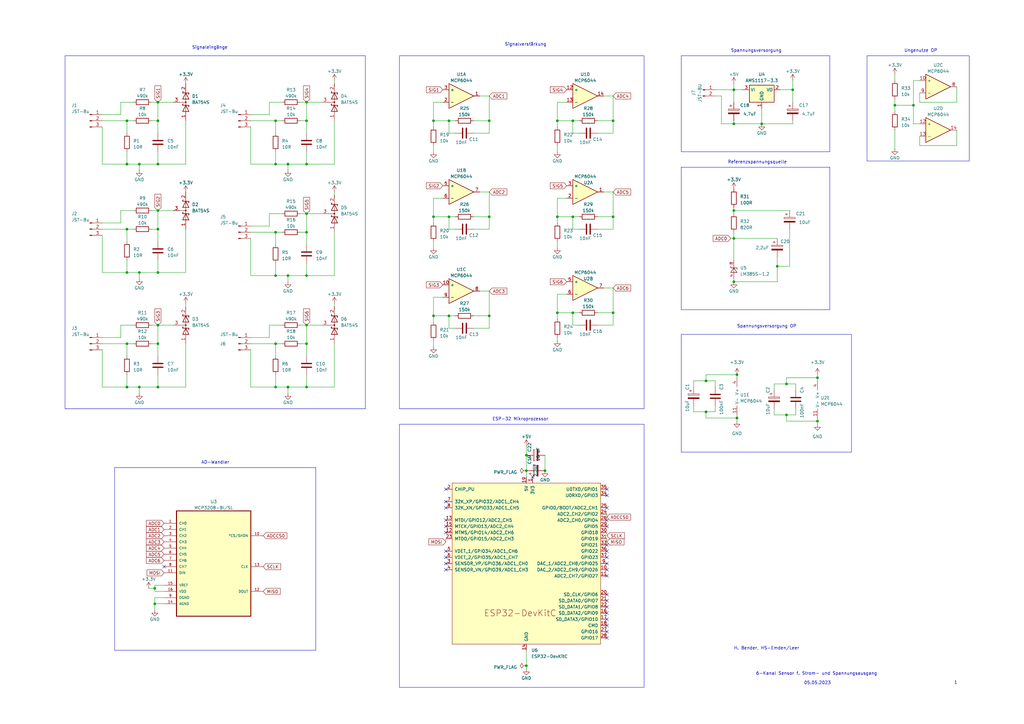
<source format=kicad_sch>
(kicad_sch (version 20230121) (generator eeschema)
  (paper "A3")
  (junction (at 125.73 67.31))
  (junction (at 300.99 115.57))
  (junction (at 300.99 97.79))
  (junction (at 289.56 156.21))
  (junction (at 234.95 49.53))
  (junction (at 215.9 193.04))
  (junction (at 113.03 140.97))
  (junction (at 335.28 172.72))
  (junction (at 125.73 95.25))
  (junction (at 302.26 171.45))
  (junction (at 57.15 158.75))
  (junction (at 118.11 67.31))
  (junction (at 215.9 186.69))
  (junction (at 215.9 273.05))
  (junction (at 312.42 50.8))
  (junction (at 64.77 158.75))
  (junction (at 367.03 43.18))
  (junction (at 52.07 93.98))
  (junction (at 57.15 111.76))
  (junction (at 184.15 49.53))
  (junction (at 118.11 158.75))
  (junction (at 125.73 87.63))
  (junction (at 374.65 43.18))
  (junction (at 322.58 157.48))
  (junction (at 52.07 49.53))
  (junction (at 57.15 67.31))
  (junction (at 251.46 128.27))
  (junction (at 184.15 129.54))
  (junction (at 64.77 86.36))
  (junction (at 251.46 49.53))
  (junction (at 223.52 193.04))
  (junction (at 228.6 128.27))
  (junction (at 64.77 67.31))
  (junction (at 177.8 88.9))
  (junction (at 289.56 168.91))
  (junction (at 302.26 153.67))
  (junction (at 228.6 49.53))
  (junction (at 64.77 93.98))
  (junction (at 63.5 247.65))
  (junction (at 125.73 49.53))
  (junction (at 52.07 111.76))
  (junction (at 52.07 158.75))
  (junction (at 52.07 140.97))
  (junction (at 251.46 88.9))
  (junction (at 200.66 88.9))
  (junction (at 125.73 113.03))
  (junction (at 52.07 67.31))
  (junction (at 318.77 109.22))
  (junction (at 64.77 49.53))
  (junction (at 335.28 154.94))
  (junction (at 64.77 41.91))
  (junction (at 325.12 36.83))
  (junction (at 300.99 50.8))
  (junction (at 125.73 140.97))
  (junction (at 63.5 241.3))
  (junction (at 113.03 95.25))
  (junction (at 118.11 113.03))
  (junction (at 228.6 88.9))
  (junction (at 234.95 88.9))
  (junction (at 113.03 158.75))
  (junction (at 322.58 170.18))
  (junction (at 113.03 67.31))
  (junction (at 64.77 111.76))
  (junction (at 125.73 158.75))
  (junction (at 200.66 129.54))
  (junction (at 177.8 49.53))
  (junction (at 300.99 86.36))
  (junction (at 113.03 49.53))
  (junction (at 177.8 129.54))
  (junction (at 125.73 41.91))
  (junction (at 200.66 49.53))
  (junction (at 64.77 140.97))
  (junction (at 113.03 113.03))
  (junction (at 184.15 88.9))
  (junction (at 234.95 128.27))
  (junction (at 125.73 133.35))
  (junction (at 64.77 133.35))
  (junction (at 300.99 36.83))
  (no_connect (at 248.92 251.46))
  (no_connect (at 182.88 233.68))
  (no_connect (at 248.92 213.36))
  (no_connect (at 182.88 226.06))
  (no_connect (at 67.31 232.41))
  (no_connect (at 182.88 213.36))
  (no_connect (at 182.88 218.44))
  (no_connect (at 248.92 228.6))
  (no_connect (at 248.92 259.08))
  (no_connect (at 248.92 208.28))
  (no_connect (at 182.88 200.66))
  (no_connect (at 248.92 223.52))
  (no_connect (at 248.92 200.66))
  (no_connect (at 182.88 205.74))
  (no_connect (at 182.88 208.28))
  (no_connect (at 248.92 254))
  (no_connect (at 218.44 195.58))
  (no_connect (at 248.92 231.14))
  (no_connect (at 248.92 236.22))
  (no_connect (at 248.92 226.06))
  (no_connect (at 248.92 256.54))
  (no_connect (at 248.92 203.2))
  (no_connect (at 248.92 243.84))
  (no_connect (at 182.88 228.6))
  (no_connect (at 248.92 215.9))
  (no_connect (at 248.92 261.62))
  (no_connect (at 248.92 233.68))
  (no_connect (at 248.92 248.92))
  (no_connect (at 182.88 231.14))
  (no_connect (at 182.88 215.9))
  (no_connect (at 248.92 246.38))
  (wire (pts (xy 228.6 128.27) (xy 234.95 128.27)))
  (wire (pts (xy 284.48 156.21) (xy 289.56 156.21)))
  (wire (pts (xy 113.03 95.25) (xy 115.57 95.25)))
  (wire (pts (xy 123.19 49.53) (xy 125.73 49.53)))
  (wire (pts (xy 76.2 158.75) (xy 64.77 158.75)))
  (wire (pts (xy 234.95 49.53) (xy 237.49 49.53)))
  (wire (pts (xy 64.77 93.98) (xy 64.77 99.06)))
  (wire (pts (xy 234.95 88.9) (xy 234.95 93.98)))
  (wire (pts (xy 300.99 97.79) (xy 300.99 106.68)))
  (wire (pts (xy 113.03 49.53) (xy 115.57 49.53)))
  (wire (pts (xy 300.99 49.53) (xy 300.99 50.8)))
  (wire (pts (xy 57.15 111.76) (xy 64.77 111.76)))
  (wire (pts (xy 76.2 111.76) (xy 64.77 111.76)))
  (wire (pts (xy 137.16 140.97) (xy 137.16 158.75)))
  (wire (pts (xy 52.07 153.67) (xy 52.07 158.75)))
  (wire (pts (xy 52.07 158.75) (xy 57.15 158.75)))
  (wire (pts (xy 118.11 158.75) (xy 125.73 158.75)))
  (wire (pts (xy 64.77 133.35) (xy 64.77 140.97)))
  (wire (pts (xy 325.12 36.83) (xy 325.12 41.91)))
  (wire (pts (xy 245.11 88.9) (xy 251.46 88.9)))
  (wire (pts (xy 293.37 156.21) (xy 293.37 158.75)))
  (wire (pts (xy 137.16 78.74) (xy 137.16 80.01)))
  (wire (pts (xy 184.15 93.98) (xy 186.69 93.98)))
  (wire (pts (xy 293.37 36.83) (xy 300.99 36.83)))
  (wire (pts (xy 63.5 241.3) (xy 63.5 242.57)))
  (wire (pts (xy 113.03 158.75) (xy 118.11 158.75)))
  (wire (pts (xy 234.95 88.9) (xy 237.49 88.9)))
  (wire (pts (xy 113.03 113.03) (xy 102.87 113.03)))
  (wire (pts (xy 123.19 140.97) (xy 125.73 140.97)))
  (wire (pts (xy 322.58 154.94) (xy 335.28 154.94)))
  (wire (pts (xy 251.46 128.27) (xy 251.46 133.35)))
  (wire (pts (xy 215.9 266.7) (xy 215.9 273.05)))
  (wire (pts (xy 251.46 128.27) (xy 251.46 118.11)))
  (wire (pts (xy 295.91 50.8) (xy 300.99 50.8)))
  (wire (pts (xy 194.31 54.61) (xy 200.66 54.61)))
  (wire (pts (xy 125.73 41.91) (xy 132.08 41.91)))
  (wire (pts (xy 177.8 142.24) (xy 177.8 139.7)))
  (wire (pts (xy 113.03 140.97) (xy 113.03 146.05)))
  (wire (pts (xy 317.5 167.64) (xy 317.5 170.18)))
  (wire (pts (xy 76.2 140.97) (xy 76.2 158.75)))
  (wire (pts (xy 248.92 220.98) (xy 248.92 222.25)))
  (wire (pts (xy 137.16 124.46) (xy 137.16 125.73)))
  (wire (pts (xy 62.23 86.36) (xy 64.77 86.36)))
  (wire (pts (xy 177.8 41.91) (xy 177.8 49.53)))
  (wire (pts (xy 64.77 41.91) (xy 71.12 41.91)))
  (wire (pts (xy 177.8 101.6) (xy 177.8 99.06)))
  (wire (pts (xy 325.12 33.02) (xy 325.12 36.83)))
  (wire (pts (xy 49.53 138.43) (xy 49.53 133.35)))
  (wire (pts (xy 232.41 41.91) (xy 228.6 41.91)))
  (wire (pts (xy 322.58 170.18) (xy 326.39 170.18)))
  (wire (pts (xy 52.07 93.98) (xy 54.61 93.98)))
  (wire (pts (xy 245.11 54.61) (xy 251.46 54.61)))
  (wire (pts (xy 62.23 93.98) (xy 64.77 93.98)))
  (wire (pts (xy 184.15 129.54) (xy 184.15 134.62)))
  (wire (pts (xy 52.07 62.23) (xy 52.07 67.31)))
  (wire (pts (xy 367.03 43.18) (xy 367.03 45.72)))
  (wire (pts (xy 284.48 166.37) (xy 284.48 168.91)))
  (wire (pts (xy 248.92 218.44) (xy 248.92 219.71)))
  (wire (pts (xy 177.8 121.92) (xy 177.8 129.54)))
  (wire (pts (xy 300.99 86.36) (xy 323.85 86.36)))
  (wire (pts (xy 251.46 39.37) (xy 247.65 39.37)))
  (wire (pts (xy 215.9 274.32) (xy 215.9 273.05)))
  (wire (pts (xy 300.99 115.57) (xy 300.99 114.3)))
  (wire (pts (xy 184.15 88.9) (xy 184.15 93.98)))
  (wire (pts (xy 57.15 111.76) (xy 57.15 114.3)))
  (wire (pts (xy 335.28 153.67) (xy 335.28 154.94)))
  (wire (pts (xy 177.8 129.54) (xy 184.15 129.54)))
  (wire (pts (xy 125.73 140.97) (xy 125.73 146.05)))
  (wire (pts (xy 251.46 88.9) (xy 251.46 78.74)))
  (wire (pts (xy 125.73 41.91) (xy 125.73 49.53)))
  (wire (pts (xy 200.66 134.62) (xy 200.66 129.54)))
  (wire (pts (xy 251.46 78.74) (xy 247.65 78.74)))
  (wire (pts (xy 245.11 128.27) (xy 251.46 128.27)))
  (wire (pts (xy 113.03 62.23) (xy 113.03 67.31)))
  (wire (pts (xy 374.65 50.8) (xy 377.19 50.8)))
  (wire (pts (xy 102.87 92.71) (xy 110.49 92.71)))
  (wire (pts (xy 323.85 109.22) (xy 318.77 109.22)))
  (wire (pts (xy 41.91 67.31) (xy 41.91 52.07)))
  (wire (pts (xy 245.11 133.35) (xy 251.46 133.35)))
  (wire (pts (xy 377.19 38.1) (xy 377.19 41.91)))
  (wire (pts (xy 177.8 88.9) (xy 184.15 88.9)))
  (wire (pts (xy 300.99 36.83) (xy 300.99 41.91)))
  (wire (pts (xy 123.19 133.35) (xy 125.73 133.35)))
  (wire (pts (xy 317.5 160.02) (xy 317.5 157.48)))
  (wire (pts (xy 302.26 153.67) (xy 302.26 154.94)))
  (wire (pts (xy 49.53 41.91) (xy 54.61 41.91)))
  (wire (pts (xy 194.31 49.53) (xy 200.66 49.53)))
  (wire (pts (xy 52.07 111.76) (xy 41.91 111.76)))
  (wire (pts (xy 118.11 113.03) (xy 125.73 113.03)))
  (wire (pts (xy 67.31 240.03) (xy 63.5 240.03)))
  (wire (pts (xy 62.23 41.91) (xy 64.77 41.91)))
  (wire (pts (xy 335.28 154.94) (xy 335.28 156.21)))
  (wire (pts (xy 123.19 41.91) (xy 125.73 41.91)))
  (wire (pts (xy 234.95 49.53) (xy 234.95 54.61)))
  (wire (pts (xy 125.73 133.35) (xy 132.08 133.35)))
  (wire (pts (xy 49.53 91.44) (xy 49.53 86.36)))
  (wire (pts (xy 177.8 62.23) (xy 177.8 59.69)))
  (wire (pts (xy 177.8 88.9) (xy 177.8 91.44)))
  (wire (pts (xy 118.11 67.31) (xy 118.11 69.85)))
  (wire (pts (xy 184.15 129.54) (xy 186.69 129.54)))
  (wire (pts (xy 41.91 111.76) (xy 41.91 96.52)))
  (wire (pts (xy 215.9 193.04) (xy 215.9 195.58)))
  (wire (pts (xy 63.5 242.57) (xy 67.31 242.57)))
  (wire (pts (xy 322.58 157.48) (xy 322.58 154.94)))
  (wire (pts (xy 137.16 33.02) (xy 137.16 34.29)))
  (wire (pts (xy 41.91 49.53) (xy 52.07 49.53)))
  (wire (pts (xy 52.07 49.53) (xy 52.07 54.61)))
  (wire (pts (xy 102.87 49.53) (xy 113.03 49.53)))
  (wire (pts (xy 52.07 49.53) (xy 54.61 49.53)))
  (wire (pts (xy 200.66 129.54) (xy 200.66 119.38)))
  (wire (pts (xy 52.07 67.31) (xy 41.91 67.31)))
  (wire (pts (xy 300.99 95.25) (xy 300.99 97.79)))
  (wire (pts (xy 326.39 170.18) (xy 326.39 167.64)))
  (wire (pts (xy 41.91 93.98) (xy 52.07 93.98)))
  (wire (pts (xy 289.56 156.21) (xy 293.37 156.21)))
  (wire (pts (xy 228.6 120.65) (xy 228.6 128.27)))
  (wire (pts (xy 64.77 133.35) (xy 71.12 133.35)))
  (wire (pts (xy 194.31 129.54) (xy 200.66 129.54)))
  (wire (pts (xy 113.03 95.25) (xy 113.03 100.33)))
  (wire (pts (xy 110.49 41.91) (xy 115.57 41.91)))
  (wire (pts (xy 234.95 128.27) (xy 234.95 133.35)))
  (wire (pts (xy 181.61 81.28) (xy 177.8 81.28)))
  (wire (pts (xy 137.16 158.75) (xy 125.73 158.75)))
  (wire (pts (xy 245.11 49.53) (xy 251.46 49.53)))
  (wire (pts (xy 295.91 39.37) (xy 295.91 50.8)))
  (wire (pts (xy 123.19 87.63) (xy 125.73 87.63)))
  (wire (pts (xy 325.12 49.53) (xy 325.12 50.8)))
  (wire (pts (xy 184.15 49.53) (xy 184.15 54.61)))
  (wire (pts (xy 377.19 41.91) (xy 392.43 41.91)))
  (wire (pts (xy 125.73 62.23) (xy 125.73 67.31)))
  (wire (pts (xy 367.03 30.48) (xy 367.03 33.02)))
  (wire (pts (xy 52.07 93.98) (xy 52.07 99.06)))
  (wire (pts (xy 110.49 46.99) (xy 110.49 41.91)))
  (wire (pts (xy 234.95 54.61) (xy 237.49 54.61)))
  (wire (pts (xy 52.07 158.75) (xy 41.91 158.75)))
  (wire (pts (xy 228.6 81.28) (xy 228.6 88.9)))
  (wire (pts (xy 320.04 36.83) (xy 325.12 36.83)))
  (wire (pts (xy 181.61 41.91) (xy 177.8 41.91)))
  (wire (pts (xy 293.37 168.91) (xy 293.37 166.37)))
  (wire (pts (xy 325.12 50.8) (xy 312.42 50.8)))
  (wire (pts (xy 113.03 140.97) (xy 115.57 140.97)))
  (wire (pts (xy 392.43 59.69) (xy 392.43 53.34)))
  (wire (pts (xy 322.58 170.18) (xy 322.58 172.72)))
  (wire (pts (xy 318.77 105.41) (xy 318.77 109.22)))
  (wire (pts (xy 184.15 134.62) (xy 186.69 134.62)))
  (wire (pts (xy 60.96 241.3) (xy 63.5 241.3)))
  (wire (pts (xy 200.66 49.53) (xy 200.66 39.37)))
  (wire (pts (xy 377.19 33.02) (xy 374.65 33.02)))
  (wire (pts (xy 317.5 170.18) (xy 322.58 170.18)))
  (wire (pts (xy 377.19 59.69) (xy 392.43 59.69)))
  (wire (pts (xy 113.03 158.75) (xy 102.87 158.75)))
  (wire (pts (xy 110.49 87.63) (xy 115.57 87.63)))
  (wire (pts (xy 326.39 157.48) (xy 326.39 160.02)))
  (wire (pts (xy 57.15 158.75) (xy 64.77 158.75)))
  (wire (pts (xy 62.23 140.97) (xy 64.77 140.97)))
  (wire (pts (xy 64.77 140.97) (xy 64.77 146.05)))
  (wire (pts (xy 102.87 140.97) (xy 113.03 140.97)))
  (wire (pts (xy 125.73 95.25) (xy 125.73 100.33)))
  (wire (pts (xy 374.65 43.18) (xy 374.65 50.8)))
  (wire (pts (xy 137.16 113.03) (xy 125.73 113.03)))
  (wire (pts (xy 228.6 49.53) (xy 228.6 52.07)))
  (wire (pts (xy 228.6 128.27) (xy 228.6 130.81)))
  (wire (pts (xy 215.9 186.69) (xy 215.9 193.04)))
  (wire (pts (xy 223.52 186.69) (xy 223.52 193.04)))
  (wire (pts (xy 302.26 171.45) (xy 302.26 172.72)))
  (wire (pts (xy 125.73 49.53) (xy 125.73 54.61)))
  (wire (pts (xy 322.58 172.72) (xy 335.28 172.72)))
  (wire (pts (xy 64.77 49.53) (xy 64.77 54.61)))
  (wire (pts (xy 181.61 121.92) (xy 177.8 121.92)))
  (wire (pts (xy 118.11 67.31) (xy 125.73 67.31)))
  (wire (pts (xy 300.99 97.79) (xy 318.77 97.79)))
  (wire (pts (xy 125.73 153.67) (xy 125.73 158.75)))
  (wire (pts (xy 113.03 67.31) (xy 102.87 67.31)))
  (wire (pts (xy 318.77 115.57) (xy 300.99 115.57)))
  (wire (pts (xy 64.77 62.23) (xy 64.77 67.31)))
  (wire (pts (xy 102.87 95.25) (xy 113.03 95.25)))
  (wire (pts (xy 228.6 62.23) (xy 228.6 59.69)))
  (wire (pts (xy 200.66 54.61) (xy 200.66 49.53)))
  (wire (pts (xy 228.6 138.43) (xy 228.6 139.7)))
  (wire (pts (xy 232.41 81.28) (xy 228.6 81.28)))
  (wire (pts (xy 177.8 129.54) (xy 177.8 132.08)))
  (wire (pts (xy 299.72 97.79) (xy 300.99 97.79)))
  (wire (pts (xy 41.91 140.97) (xy 52.07 140.97)))
  (wire (pts (xy 67.31 245.11) (xy 63.5 245.11)))
  (wire (pts (xy 215.9 182.88) (xy 215.9 186.69)))
  (wire (pts (xy 323.85 93.98) (xy 323.85 109.22)))
  (wire (pts (xy 137.16 67.31) (xy 125.73 67.31)))
  (wire (pts (xy 102.87 158.75) (xy 102.87 143.51)))
  (wire (pts (xy 289.56 153.67) (xy 302.26 153.67)))
  (wire (pts (xy 367.03 43.18) (xy 374.65 43.18)))
  (wire (pts (xy 184.15 49.53) (xy 186.69 49.53)))
  (wire (pts (xy 64.77 86.36) (xy 71.12 86.36)))
  (wire (pts (xy 245.11 93.98) (xy 251.46 93.98)))
  (wire (pts (xy 125.73 87.63) (xy 132.08 87.63)))
  (wire (pts (xy 322.58 157.48) (xy 326.39 157.48)))
  (wire (pts (xy 125.73 107.95) (xy 125.73 113.03)))
  (wire (pts (xy 102.87 113.03) (xy 102.87 97.79)))
  (wire (pts (xy 110.49 133.35) (xy 115.57 133.35)))
  (wire (pts (xy 113.03 113.03) (xy 118.11 113.03)))
  (wire (pts (xy 392.43 41.91) (xy 392.43 35.56)))
  (wire (pts (xy 41.91 158.75) (xy 41.91 143.51)))
  (wire (pts (xy 76.2 67.31) (xy 64.77 67.31)))
  (wire (pts (xy 200.66 119.38) (xy 196.85 119.38)))
  (wire (pts (xy 125.73 87.63) (xy 125.73 95.25)))
  (wire (pts (xy 177.8 49.53) (xy 177.8 52.07)))
  (wire (pts (xy 367.03 53.34) (xy 367.03 60.96)))
  (wire (pts (xy 300.99 36.83) (xy 304.8 36.83)))
  (wire (pts (xy 248.92 210.82) (xy 248.92 212.09)))
  (wire (pts (xy 284.48 158.75) (xy 284.48 156.21)))
  (wire (pts (xy 110.49 138.43) (xy 110.49 133.35)))
  (wire (pts (xy 102.87 67.31) (xy 102.87 52.07)))
  (wire (pts (xy 63.5 240.03) (xy 63.5 241.3)))
  (wire (pts (xy 41.91 138.43) (xy 49.53 138.43)))
  (wire (pts (xy 367.03 40.64) (xy 367.03 43.18)))
  (wire (pts (xy 200.66 88.9) (xy 200.66 78.74)))
  (wire (pts (xy 118.11 113.03) (xy 118.11 115.57)))
  (wire (pts (xy 57.15 67.31) (xy 57.15 69.85)))
  (wire (pts (xy 64.77 153.67) (xy 64.77 158.75)))
  (wire (pts (xy 125.73 133.35) (xy 125.73 140.97)))
  (wire (pts (xy 194.31 88.9) (xy 200.66 88.9)))
  (wire (pts (xy 194.31 134.62) (xy 200.66 134.62)))
  (wire (pts (xy 52.07 67.31) (xy 57.15 67.31)))
  (wire (pts (xy 63.5 247.65) (xy 67.31 247.65)))
  (wire (pts (xy 251.46 118.11) (xy 247.65 118.11)))
  (wire (pts (xy 300.99 50.8) (xy 312.42 50.8)))
  (wire (pts (xy 52.07 140.97) (xy 54.61 140.97)))
  (wire (pts (xy 289.56 156.21) (xy 289.56 153.67)))
  (wire (pts (xy 228.6 101.6) (xy 228.6 99.06)))
  (wire (pts (xy 76.2 124.46) (xy 76.2 125.73)))
  (wire (pts (xy 228.6 49.53) (xy 234.95 49.53)))
  (wire (pts (xy 293.37 39.37) (xy 295.91 39.37)))
  (wire (pts (xy 317.5 157.48) (xy 322.58 157.48)))
  (wire (pts (xy 318.77 115.57) (xy 318.77 109.22)))
  (wire (pts (xy 335.28 171.45) (xy 335.28 172.72)))
  (wire (pts (xy 200.66 93.98) (xy 200.66 88.9)))
  (wire (pts (xy 49.53 86.36) (xy 54.61 86.36)))
  (wire (pts (xy 64.77 41.91) (xy 64.77 49.53)))
  (wire (pts (xy 377.19 55.88) (xy 377.19 59.69)))
  (wire (pts (xy 41.91 91.44) (xy 49.53 91.44)))
  (wire (pts (xy 57.15 67.31) (xy 64.77 67.31)))
  (wire (pts (xy 102.87 46.99) (xy 110.49 46.99)))
  (wire (pts (xy 234.95 128.27) (xy 237.49 128.27)))
  (wire (pts (xy 113.03 49.53) (xy 113.03 54.61)))
  (wire (pts (xy 300.99 85.09) (xy 300.99 86.36)))
  (wire (pts (xy 335.28 172.72) (xy 335.28 173.99)))
  (wire (pts (xy 234.95 93.98) (xy 237.49 93.98)))
  (wire (pts (xy 232.41 120.65) (xy 228.6 120.65)))
  (wire (pts (xy 123.19 95.25) (xy 125.73 95.25)))
  (wire (pts (xy 302.26 170.18) (xy 302.26 171.45)))
  (wire (pts (xy 228.6 41.91) (xy 228.6 49.53)))
  (wire (pts (xy 64.77 106.68) (xy 64.77 111.76)))
  (wire (pts (xy 62.23 49.53) (xy 64.77 49.53)))
  (wire (pts (xy 289.56 171.45) (xy 302.26 171.45)))
  (wire (pts (xy 200.66 39.37) (xy 196.85 39.37)))
  (wire (pts (xy 177.8 81.28) (xy 177.8 88.9)))
  (wire (pts (xy 251.46 93.98) (xy 251.46 88.9)))
  (wire (pts (xy 284.48 168.91) (xy 289.56 168.91)))
  (wire (pts (xy 184.15 54.61) (xy 186.69 54.61)))
  (wire (pts (xy 234.95 133.35) (xy 237.49 133.35)))
  (wire (pts (xy 63.5 247.65) (xy 63.5 250.19)))
  (wire (pts (xy 312.42 44.45) (xy 312.42 50.8)))
  (wire (pts (xy 113.03 107.95) (xy 113.03 113.03)))
  (wire (pts (xy 57.15 158.75) (xy 57.15 161.29)))
  (wire (pts (xy 289.56 168.91) (xy 293.37 168.91)))
  (wire (pts (xy 113.03 67.31) (xy 118.11 67.31)))
  (wire (pts (xy 63.5 245.11) (xy 63.5 247.65)))
  (wire (pts (xy 76.2 93.98) (xy 76.2 111.76)))
  (wire (pts (xy 200.66 78.74) (xy 196.85 78.74)))
  (wire (pts (xy 137.16 95.25) (xy 137.16 113.03)))
  (wire (pts (xy 118.11 158.75) (xy 118.11 161.29)))
  (wire (pts (xy 52.07 111.76) (xy 57.15 111.76)))
  (wire (pts (xy 52.07 140.97) (xy 52.07 146.05)))
  (wire (pts (xy 251.46 54.61) (xy 251.46 49.53)))
  (wire (pts (xy 49.53 46.99) (xy 49.53 41.91)))
  (wire (pts (xy 228.6 88.9) (xy 228.6 91.44)))
  (wire (pts (xy 76.2 49.53) (xy 76.2 67.31)))
  (wire (pts (xy 228.6 88.9) (xy 234.95 88.9)))
  (wire (pts (xy 184.15 88.9) (xy 186.69 88.9)))
  (wire (pts (xy 64.77 86.36) (xy 64.77 93.98)))
  (wire (pts (xy 300.99 86.36) (xy 300.99 87.63)))
  (wire (pts (xy 177.8 49.53) (xy 184.15 49.53)))
  (wire (pts (xy 41.91 46.99) (xy 49.53 46.99)))
  (wire (pts (xy 49.53 133.35) (xy 54.61 133.35)))
  (wire (pts (xy 300.99 34.29) (xy 300.99 36.83)))
  (wire (pts (xy 113.03 153.67) (xy 113.03 158.75)))
  (wire (pts (xy 182.88 220.98) (xy 182.88 222.25)))
  (wire (pts (xy 102.87 138.43) (xy 110.49 138.43)))
  (wire (pts (xy 52.07 106.68) (xy 52.07 111.76)))
  (wire (pts (xy 194.31 93.98) (xy 200.66 93.98)))
  (wire (pts (xy 62.23 133.35) (xy 64.77 133.35)))
  (wire (pts (xy 289.56 168.91) (xy 289.56 171.45)))
  (wire (pts (xy 110.49 92.71) (xy 110.49 87.63)))
  (wire (pts (xy 374.65 33.02) (xy 374.65 43.18)))
  (wire (pts (xy 137.16 49.53) (xy 137.16 67.31)))
  (wire (pts (xy 251.46 49.53) (xy 251.46 39.37)))
  (rectangle (start 279.4 137.16) (end 349.25 185.42))
  (rectangle (start 163.83 22.86) (end 264.16 167.64))
  (rectangle (start 279.4 68.58) (end 340.36 127))
  (rectangle (start 163.83 173.99) (end 264.16 281.94))
  (rectangle (start 46.99 191.77) (end 129.54 266.7))
  (rectangle (start 355.6 22.86) (end 397.51 66.04))
  (rectangle (start 26.67 22.86) (end 149.86 167.64))
  (rectangle (start 279.4 22.86) (end 340.36 62.23))
  (text "6-Kanal Sensor f. Strom- und Spannungsausgang" (at 310.0562 277.0858 0) (effects (font (size 1.27 1.27)) (justify left bottom)))
  (text "1" (at 391.2793 280.7997 0) (effects (font (size 1.27 1.27)) (justify left bottom)))
  (text "H. Bender, HS-Emden/Leer" (at 300.99 266.7 0) (effects (font (size 1.27 1.27)) (justify left bottom)))
  (text "Spannungsversorgung OP" (at 302.26 134.62 0) (effects (font (size 1.27 1.27)) (justify left bottom)))
  (text "Signaleingänge" (at 78.74 20.32 0) (effects (font (size 1.27 1.27)) (justify left bottom)))
  (text "ESP-32 Mikroprozessor" (at 201.93 172.72 0) (effects (font (size 1.27 1.27)) (justify left bottom)))
  (text "Referenzspannungsquelle" (at 298.45 67.31 0) (effects (font (size 1.27 1.27)) (justify left bottom)))
  (text "Ungenutze OP" (at 370.84 21.59 0) (effects (font (size 1.27 1.27)) (justify left bottom)))
  (text "05.05.2023" (at 329.735 280.9444 0) (effects (font (size 1.27 1.27)) (justify left bottom)))
  (text "Signalverstärkung" (at 207.01 19.05 0) (effects (font (size 1.27 1.27)) (justify left bottom)))
  (text "Spannungsversorgung" (at 299.72 21.59 0) (effects (font (size 1.27 1.27)) (justify left bottom)))
  (text "AD-Wandler" (at 82.55 190.5 0) (effects (font (size 1.27 1.27)) (justify left bottom)))
  (global_label "MISO" (shape input) (at 248.92 222.25 0) (property "Intersheetrefs" "${INTERSHEET_REFS}" (effects hide)))
  (global_label "SCLK" (shape input) (at 248.92 219.71 0) (property "Intersheetrefs" "${INTERSHEET_REFS}" (effects hide)))
  (global_label "ADC1" (shape input) (at 200.66 39.37 0) (property "Intersheetrefs" "${INTERSHEET_REFS}" (effects hide)))
  (global_label "SIG6" (shape input) (at 232.41 115.57 180) (property "Intersheetrefs" "${INTERSHEET_REFS}" (effects hide)))
  (global_label "ADC2" (shape input) (at 200.66 78.74 0) (property "Intersheetrefs" "${INTERSHEET_REFS}" (effects hide)))
  (global_label "SIG4" (shape input) (at 232.41 36.83 180) (property "Intersheetrefs" "${INTERSHEET_REFS}" (effects hide)))
  (global_label "SIG3" (shape input) (at 181.61 116.84 180) (property "Intersheetrefs" "${INTERSHEET_REFS}" (effects hide)))
  (global_label "ADCCS0" (shape input) (at 107.95 219.71 0) (property "Intersheetrefs" "${INTERSHEET_REFS}" (effects hide)))
  (global_label "MISO" (shape input) (at 107.95 242.57 0) (property "Intersheetrefs" "${INTERSHEET_REFS}" (effects hide)))
  (global_label "ADC5" (shape input) (at 67.31 227.33 180) (property "Intersheetrefs" "${INTERSHEET_REFS}" (effects hide)))
  (global_label "ADC4" (shape input) (at 67.31 224.79 180) (property "Intersheetrefs" "${INTERSHEET_REFS}" (effects hide)))
  (global_label "SIG1" (shape input) (at 181.61 36.83 180) (property "Intersheetrefs" "${INTERSHEET_REFS}" (effects hide)))
  (global_label "SIG5" (shape input) (at 125.73 87.63 90) (property "Intersheetrefs" "${INTERSHEET_REFS}" (effects hide)))
  (global_label "SIG2" (shape input) (at 181.61 76.2 180) (property "Intersheetrefs" "${INTERSHEET_REFS}" (effects hide)))
  (global_label "ADC0" (shape input) (at 299.72 97.79 180) (property "Intersheetrefs" "${INTERSHEET_REFS}" (effects hide)))
  (global_label "ADC5" (shape input) (at 251.46 78.74 0) (property "Intersheetrefs" "${INTERSHEET_REFS}" (effects hide)))
  (global_label "ADC3" (shape input) (at 200.66 119.38 0) (property "Intersheetrefs" "${INTERSHEET_REFS}" (effects hide)))
  (global_label "SIG3" (shape input) (at 64.77 133.35 90) (property "Intersheetrefs" "${INTERSHEET_REFS}" (effects hide)))
  (global_label "SIG1" (shape input) (at 64.77 41.91 90) (property "Intersheetrefs" "${INTERSHEET_REFS}" (effects hide)))
  (global_label "ADC4" (shape input) (at 251.46 39.37 0) (property "Intersheetrefs" "${INTERSHEET_REFS}" (effects hide)))
  (global_label "SIG6" (shape input) (at 125.73 133.35 90) (property "Intersheetrefs" "${INTERSHEET_REFS}" (effects hide)))
  (global_label "SIG5" (shape input) (at 232.41 76.2 180) (property "Intersheetrefs" "${INTERSHEET_REFS}" (effects hide)))
  (global_label "SIG4" (shape input) (at 125.73 41.91 90) (property "Intersheetrefs" "${INTERSHEET_REFS}" (effects hide)))
  (global_label "SIG2" (shape input) (at 64.77 86.36 90) (property "Intersheetrefs" "${INTERSHEET_REFS}" (effects hide)))
  (global_label "ADC6" (shape input) (at 251.46 118.11 0) (property "Intersheetrefs" "${INTERSHEET_REFS}" (effects hide)))
  (global_label "MOSI" (shape input) (at 182.88 222.25 180) (property "Intersheetrefs" "${INTERSHEET_REFS}" (effects hide)))
  (global_label "ADC2" (shape input) (at 67.31 219.71 180) (property "Intersheetrefs" "${INTERSHEET_REFS}" (effects hide)))
  (global_label "ADC3" (shape input) (at 67.31 222.25 180) (property "Intersheetrefs" "${INTERSHEET_REFS}" (effects hide)))
  (global_label "ADC6" (shape input) (at 67.31 229.87 180) (property "Intersheetrefs" "${INTERSHEET_REFS}" (effects hide)))
  (global_label "ADC0" (shape input) (at 67.31 214.63 180) (property "Intersheetrefs" "${INTERSHEET_REFS}" (effects hide)))
  (global_label "MOSI" (shape input) (at 67.31 234.95 180) (property "Intersheetrefs" "${INTERSHEET_REFS}" (effects hide)))
  (global_label "ADCCS0" (shape input) (at 248.92 212.09 0) (property "Intersheetrefs" "${INTERSHEET_REFS}" (effects hide)))
  (global_label "ADC1" (shape input) (at 67.31 217.17 180) (property "Intersheetrefs" "${INTERSHEET_REFS}" (effects hide)))
  (global_label "SCLK" (shape input) (at 107.95 232.41 0) (property "Intersheetrefs" "${INTERSHEET_REFS}" (effects hide)))
  (symbol (lib_id "Device:R") (at 119.38 49.53 270) (unit 1)
    (property "Reference" "R14" (at 119.38 44.45 90))
    (property "Value" "10k" (at 119.38 46.99 90))
    (property "Footprint" "Resistor_SMD:R_0805_2012Metric_Pad1.20x1.40mm_HandSolder" (effects hide))
  )
  (symbol (lib_id "Device:D_Schottky_Dual_Series_AKC") (at 137.16 87.63 270) (mirror x) (unit 1)
    (property "Reference" "D5" (at 139.7 85.1535 90) (effects (justify left)))
    (property "Value" "BAT54S" (at 139.7 87.6935 90) (effects (justify left)))
    (property "Footprint" "Package_TO_SOT_SMD:TSOT-23" (effects hide))
  )
  (symbol (lib_id "Device:D_Schottky_Dual_Series_AKC") (at 76.2 133.35 270) (mirror x) (unit 1)
    (property "Reference" "D3" (at 78.74 130.8735 90) (effects (justify left)))
    (property "Value" "BAT54S" (at 78.74 133.4135 90) (effects (justify left)))
    (property "Footprint" "Package_TO_SOT_SMD:TSOT-23" (effects hide))
  )
  (symbol (lib_id "Device:D_Schottky_Dual_Series_AKC") (at 76.2 41.91 270) (mirror x) (unit 1)
    (property "Reference" "D1" (at 78.74 39.4335 90) (effects (justify left)))
    (property "Value" "BAT54S" (at 78.74 41.9735 90) (effects (justify left)))
    (property "Footprint" "Package_TO_SOT_SMD:TSOT-23" (effects hide))
  )
  (symbol (lib_id "MCP3208-BI_SL:MCP3208-BI{slash}SL") (at 87.63 227.33 0) (unit 1)
    (property "Reference" "U3" (at 87.63 205.74 0))
    (property "Value" "MCP3208-BI/SL" (at 87.63 208.28 0))
    (property "Footprint" "MCP3208-BI_SL:SOIC127P600X175-16N" (effects hide))
    (property "PACKAGE" "SOIC16" (effects hide))
    (property "OC_NEWARK" "69K7605" (effects hide))
    (property "SUPPLIER" "Microchip" (effects hide))
    (property "MPN" "MCP3208-BI/SL" (effects hide))
    (property "OC_FARNELL" "1084270" (effects hide))
  )
  (symbol (lib_id "power:GND") (at 300.99 115.57 0) (unit 1)
    (property "Reference" "#PWR027" (effects hide))
    (property "Value" "GND" (at 300.99 119.38 0))
  )
  (symbol (lib_id "Device:R") (at 177.8 95.25 0) (unit 1)
    (property "Reference" "R20" (at 180.34 94.615 0) (effects (justify left)))
    (property "Value" "10k" (at 180.34 97.155 0) (effects (justify left)))
    (property "Footprint" "Resistor_SMD:R_0805_2012Metric_Pad1.20x1.40mm_HandSolder" (effects hide))
  )
  (symbol (lib_id "Device:C") (at 64.77 102.87 0) (unit 1)
    (property "Reference" "C6" (at 68.58 102.235 0) (effects (justify left)))
    (property "Value" "10nF" (at 68.58 104.775 0) (effects (justify left)))
    (property "Footprint" "Capacitor_SMD:C_0805_2012Metric_Pad1.18x1.45mm_HandSolder" (effects hide))
  )
  (symbol (lib_id "Device:R") (at 367.03 36.83 0) (unit 1)
    (property "Reference" "R33" (at 369.57 36.195 0) (effects (justify left)))
    (property "Value" "10k" (at 369.57 38.735 0) (effects (justify left)))
    (property "Footprint" "Resistor_SMD:R_0805_2012Metric_Pad1.20x1.40mm_HandSolder" (effects hide))
  )
  (symbol (lib_id "Device:C_Polarized") (at 300.99 45.72 0) (unit 1)
    (property "Reference" "C18" (at 303.53 43.18 0) (effects (justify left)))
    (property "Value" "4,7uF" (at 304.8 46.736 0) (effects (justify left)))
    (property "Footprint" "Capacitor_SMD:C_1210_3225Metric" (effects hide))
  )
  (symbol (lib_id "Device:R") (at 190.5 129.54 270) (unit 1)
    (property "Reference" "R27" (at 190.5 124.46 90))
    (property "Value" "150k" (at 190.5 127 90))
    (property "Footprint" "Resistor_SMD:R_0805_2012Metric_Pad1.20x1.40mm_HandSolder" (effects hide))
  )
  (symbol (lib_id "Device:R") (at 300.99 91.44 0) (unit 1)
    (property "Reference" "R32" (at 303.53 90.805 0) (effects (justify left)))
    (property "Value" "820R" (at 303.53 93.345 0) (effects (justify left)))
    (property "Footprint" "Resistor_SMD:R_0805_2012Metric_Pad1.20x1.40mm_HandSolder" (effects hide))
  )
  (symbol (lib_id "Device:R") (at 190.5 49.53 270) (unit 1)
    (property "Reference" "R25" (at 190.5 44.45 90))
    (property "Value" "150k" (at 190.5 46.99 90))
    (property "Footprint" "Resistor_SMD:R_0805_2012Metric_Pad1.20x1.40mm_HandSolder" (effects hide))
  )
  (symbol (lib_id "Device:R") (at 58.42 93.98 270) (unit 1)
    (property "Reference" "R10" (at 58.42 88.9 90))
    (property "Value" "10k" (at 58.42 91.44 90))
    (property "Footprint" "Resistor_SMD:R_0805_2012Metric_Pad1.20x1.40mm_HandSolder" (effects hide))
  )
  (symbol (lib_id "power:+3.3V") (at 137.16 78.74 0) (unit 1)
    (property "Reference" "#PWR015" (effects hide))
    (property "Value" "+3.3V" (at 137.16 74.93 0))
  )
  (symbol (lib_id "Device:C_Polarized") (at 284.48 162.56 0) (unit 1)
    (property "Reference" "C1" (at 281.94 160.02 90) (effects (justify left)))
    (property "Value" "10uF" (at 281.94 168.91 90) (effects (justify left)))
    (property "Footprint" "Capacitor_SMD:CP_Elec_5x3" (effects hide))
  )
  (symbol (lib_id "Device:R") (at 119.38 133.35 270) (unit 1)
    (property "Reference" "R17" (at 119.38 128.27 90))
    (property "Value" "490k" (at 119.38 130.81 90))
    (property "Footprint" "Resistor_SMD:R_0805_2012Metric_Pad1.20x1.40mm_HandSolder" (effects hide))
  )
  (symbol (lib_id "Device:C_Polarized") (at 323.85 90.17 0) (unit 1)
    (property "Reference" "C21" (at 326.39 87.63 0) (effects (justify left)))
    (property "Value" "10uF" (at 327.66 91.186 0) (effects (justify left)))
    (property "Footprint" "Capacitor_SMD:CP_Elec_5x3" (effects hide))
  )
  (symbol (lib_id "power:+3.3V") (at 300.99 77.47 0) (unit 1)
    (property "Reference" "#PWR028" (effects hide))
    (property "Value" "+3.3V" (at 300.99 73.66 0))
  )
  (symbol (lib_id "power:GND") (at 302.26 172.72 0) (unit 1)
    (property "Reference" "#PWR02" (effects hide))
    (property "Value" "GND" (at 302.26 177.8 0))
  )
  (symbol (lib_id "Device:R") (at 190.5 88.9 270) (unit 1)
    (property "Reference" "R26" (at 190.5 83.82 90))
    (property "Value" "150k" (at 190.5 86.36 90))
    (property "Footprint" "Resistor_SMD:R_0805_2012Metric_Pad1.20x1.40mm_HandSolder" (effects hide))
  )
  (symbol (lib_id "Amplifier_Operational:MCP6L04x-xSL") (at 337.82 163.83 0) (unit 5)
    (property "Reference" "U2" (at 336.55 163.195 0) (effects (justify left)))
    (property "Value" "MCP6044" (at 336.55 165.735 0) (effects (justify left)))
    (property "Footprint" "Package_SO:SOIC-14_3.9x8.7mm_P1.27mm" (effects hide))
    (property "Datasheet" "http://ww1.microchip.com/downloads/en/devicedoc/22140b.pdf" (effects hide))
  )
  (symbol (lib_id "Device:R") (at 228.6 134.62 0) (unit 1)
    (property "Reference" "R24" (at 231.14 133.985 0) (effects (justify left)))
    (property "Value" "10k" (at 231.14 136.525 0) (effects (justify left)))
    (property "Footprint" "Resistor_SMD:R_0805_2012Metric_Pad1.20x1.40mm_HandSolder" (effects hide))
  )
  (symbol (lib_id "power:GND") (at 57.15 161.29 0) (unit 1)
    (property "Reference" "#PWR07" (effects hide))
    (property "Value" "GND" (at 57.15 165.1 0))
  )
  (symbol (lib_id "Amplifier_Operational:MCP6L04x-xSL") (at 240.03 118.11 0) (unit 2)
    (property "Reference" "U2" (at 241.3 114.3 0))
    (property "Value" "MCP6044" (at 240.03 111.76 0))
    (property "Footprint" "Package_SO:SOIC-14_3.9x8.7mm_P1.27mm" (effects hide))
    (property "Datasheet" "http://ww1.microchip.com/downloads/en/devicedoc/22140b.pdf" (effects hide))
  )
  (symbol (lib_id "Amplifier_Operational:MCP6L04x-xSL") (at 384.81 53.34 0) (unit 4)
    (property "Reference" "U2" (at 384.81 44.45 0))
    (property "Value" "MCP6044" (at 384.81 46.99 0))
    (property "Footprint" "Package_SO:SOIC-14_3.9x8.7mm_P1.27mm" (effects hide))
    (property "Datasheet" "http://ww1.microchip.com/downloads/en/devicedoc/22140b.pdf" (effects hide))
  )
  (symbol (lib_id "Device:R") (at 177.8 135.89 0) (unit 1)
    (property "Reference" "R21" (at 180.34 135.255 0) (effects (justify left)))
    (property "Value" "10k" (at 180.34 137.795 0) (effects (justify left)))
    (property "Footprint" "Resistor_SMD:R_0805_2012Metric_Pad1.20x1.40mm_HandSolder" (effects hide))
  )
  (symbol (lib_id "Device:R") (at 119.38 95.25 270) (unit 1)
    (property "Reference" "R16" (at 119.38 90.17 90))
    (property "Value" "10k" (at 119.38 92.71 90))
    (property "Footprint" "Resistor_SMD:R_0805_2012Metric_Pad1.20x1.40mm_HandSolder" (effects hide))
  )
  (symbol (lib_id "Amplifier_Operational:MCP6L04x-xSL") (at 240.03 39.37 0) (unit 4)
    (property "Reference" "U1" (at 240.03 30.48 0))
    (property "Value" "MCP6044" (at 240.03 33.02 0))
    (property "Footprint" "Package_SO:SOIC-14_3.9x8.7mm_P1.27mm" (effects hide))
    (property "Datasheet" "http://ww1.microchip.com/downloads/en/devicedoc/22140b.pdf" (effects hide))
  )
  (symbol (lib_id "power:GND") (at 228.6 139.7 0) (unit 1)
    (property "Reference" "#PWR022" (effects hide))
    (property "Value" "GND" (at 228.6 143.51 0))
  )
  (symbol (lib_id "Espressif:ESP32-DevKitC") (at 215.9 231.14 0) (unit 1)
    (property "Reference" "U6" (at 217.8559 266.7 0) (effects (justify left)))
    (property "Value" "ESP32-DevKitC" (at 217.8559 269.24 0) (effects (justify left)))
    (property "Footprint" "Espressif:ESP32-DevKitC" (effects hide))
    (property "Datasheet" "https://docs.espressif.com/projects/esp-idf/zh_CN/latest/esp32/hw-reference/esp32/get-started-devkitc.html" (effects hide))
  )
  (symbol (lib_id "power:+3.3V") (at 76.2 78.74 0) (unit 1)
    (property "Reference" "#PWR012" (effects hide))
    (property "Value" "+3.3V" (at 76.2 74.93 0))
  )
  (symbol (lib_id "Device:R") (at 119.38 140.97 270) (unit 1)
    (property "Reference" "R18" (at 119.38 135.89 90))
    (property "Value" "10k" (at 119.38 138.43 90))
    (property "Footprint" "Resistor_SMD:R_0805_2012Metric_Pad1.20x1.40mm_HandSolder" (effects hide))
  )
  (symbol (lib_id "power:GND") (at 177.8 62.23 0) (unit 1)
    (property "Reference" "#PWR017" (effects hide))
    (property "Value" "GND" (at 177.8 66.04 0))
  )
  (symbol (lib_id "power:GND") (at 335.28 173.99 0) (unit 1)
    (property "Reference" "#PWR04" (effects hide))
    (property "Value" "GND" (at 335.28 179.07 0))
  )
  (symbol (lib_id "Device:C") (at 125.73 149.86 0) (unit 1)
    (property "Reference" "C10" (at 129.54 149.225 0) (effects (justify left)))
    (property "Value" "10nF" (at 129.54 151.765 0) (effects (justify left)))
    (property "Footprint" "Capacitor_SMD:C_0805_2012Metric_Pad1.18x1.45mm_HandSolder" (effects hide))
  )
  (symbol (lib_id "Device:D_Schottky_Dual_Series_AKC") (at 76.2 86.36 270) (mirror x) (unit 1)
    (property "Reference" "D2" (at 78.74 83.8835 90) (effects (justify left)))
    (property "Value" "BAT54S" (at 78.74 86.4235 90) (effects (justify left)))
    (property "Footprint" "Package_TO_SOT_SMD:TSOT-23" (effects hide))
  )
  (symbol (lib_id "Device:R") (at 58.42 41.91 270) (unit 1)
    (property "Reference" "R7" (at 58.42 36.83 90))
    (property "Value" "490k" (at 58.42 39.37 90))
    (property "Footprint" "Resistor_SMD:R_0805_2012Metric_Pad1.20x1.40mm_HandSolder" (effects hide))
  )
  (symbol (lib_id "Amplifier_Operational:MCP6L04x-xSL") (at 189.23 119.38 0) (unit 3)
    (property "Reference" "U1" (at 189.23 110.49 0))
    (property "Value" "MCP6044" (at 189.23 113.03 0))
    (property "Footprint" "Package_SO:SOIC-14_3.9x8.7mm_P1.27mm" (effects hide))
    (property "Datasheet" "http://ww1.microchip.com/downloads/en/devicedoc/22140b.pdf" (effects hide))
  )
  (symbol (lib_id "Device:R") (at 58.42 133.35 270) (unit 1)
    (property "Reference" "R11" (at 58.42 128.27 90))
    (property "Value" "490k" (at 58.42 130.81 90))
    (property "Footprint" "Resistor_SMD:R_0805_2012Metric_Pad1.20x1.40mm_HandSolder" (effects hide))
  )
  (symbol (lib_id "Device:C") (at 326.39 163.83 0) (unit 1)
    (property "Reference" "C4" (at 328.93 161.29 90) (effects (justify left)))
    (property "Value" "100nF" (at 328.93 171.45 90) (effects (justify left)))
    (property "Footprint" "Capacitor_SMD:C_0805_2012Metric_Pad1.18x1.45mm_HandSolder" (effects hide))
  )
  (symbol (lib_id "power:+3.3V") (at 302.26 153.67 0) (unit 1)
    (property "Reference" "#PWR01" (effects hide))
    (property "Value" "+3.3V" (at 302.26 148.59 0))
  )
  (symbol (lib_id "power:+5V") (at 300.99 34.29 0) (unit 1)
    (property "Reference" "#PWR032" (effects hide))
    (property "Value" "+5V" (at 300.99 30.48 0))
  )
  (symbol (lib_id "Amplifier_Operational:MCP6L04x-xSL") (at 240.03 78.74 0) (unit 1)
    (property "Reference" "U2" (at 241.3 74.93 0))
    (property "Value" "MCP6044" (at 240.03 72.39 0))
    (property "Footprint" "Package_SO:SOIC-14_3.9x8.7mm_P1.27mm" (effects hide))
    (property "Datasheet" "http://ww1.microchip.com/downloads/en/devicedoc/22140b.pdf" (effects hide))
  )
  (symbol (lib_id "Amplifier_Operational:MCP6L04x-xSL") (at 304.8 162.56 0) (unit 5)
    (property "Reference" "U1" (at 303.53 161.925 0) (effects (justify left)))
    (property "Value" "MCP6044" (at 303.53 164.465 0) (effects (justify left)))
    (property "Footprint" "Package_SO:SOIC-14_3.9x8.7mm_P1.27mm" (effects hide))
    (property "Datasheet" "http://ww1.microchip.com/downloads/en/devicedoc/22140b.pdf" (effects hide))
  )
  (symbol (lib_id "Device:R") (at 367.03 49.53 0) (unit 1)
    (property "Reference" "R34" (at 369.57 48.895 0) (effects (justify left)))
    (property "Value" "10k" (at 369.57 51.435 0) (effects (justify left)))
    (property "Footprint" "Resistor_SMD:R_0805_2012Metric_Pad1.20x1.40mm_HandSolder" (effects hide))
  )
  (symbol (lib_id "Amplifier_Operational:MCP6L04x-xSL") (at 189.23 39.37 0) (unit 1)
    (property "Reference" "U1" (at 189.23 30.48 0))
    (property "Value" "MCP6044" (at 189.23 33.02 0))
    (property "Footprint" "Package_SO:SOIC-14_3.9x8.7mm_P1.27mm" (effects hide))
    (property "Datasheet" "http://ww1.microchip.com/downloads/en/devicedoc/22140b.pdf" (effects hide))
  )
  (symbol (lib_id "power:GND") (at 177.8 101.6 0) (unit 1)
    (property "Reference" "#PWR018" (effects hide))
    (property "Value" "GND" (at 177.8 105.41 0))
  )
  (symbol (lib_id "power:+3.3V") (at 137.16 124.46 0) (unit 1)
    (property "Reference" "#PWR016" (effects hide))
    (property "Value" "+3.3V" (at 137.16 120.65 0))
  )
  (symbol (lib_id "power:GND") (at 57.15 114.3 0) (unit 1)
    (property "Reference" "#PWR06" (effects hide))
    (property "Value" "GND" (at 57.15 118.11 0))
  )
  (symbol (lib_id "Device:R") (at 241.3 88.9 270) (unit 1)
    (property "Reference" "R29" (at 241.3 83.82 90))
    (property "Value" "150k" (at 241.3 86.36 90))
    (property "Footprint" "Resistor_SMD:R_0805_2012Metric_Pad1.20x1.40mm_HandSolder" (effects hide))
  )
  (symbol (lib_id "Device:C_Polarized") (at 219.71 186.69 90) (unit 1)
    (property "Reference" "C22" (at 217.17 185.42 0) (effects (justify left)))
    (property "Value" "2,2uF" (at 219.71 195.58 0) (effects (justify left)))
    (property "Footprint" "Capacitor_SMD:C_1210_3225Metric" (effects hide))
  )
  (symbol (lib_id "Connector:Conn_01x03_Pin") (at 36.83 140.97 0) (unit 1)
    (property "Reference" "J3" (at 30.48 134.62 0))
    (property "Value" "JST-Bu" (at 33.02 137.16 0))
    (property "Footprint" "Connector_JST:JST_EH_B3B-EH-A_1x03_P2.50mm_Vertical" (effects hide))
  )
  (symbol (lib_id "Amplifier_Operational:MCP6L04x-xSL") (at 189.23 78.74 0) (unit 2)
    (property "Reference" "U1" (at 189.23 69.85 0))
    (property "Value" "MCP6044" (at 189.23 72.39 0))
    (property "Footprint" "Package_SO:SOIC-14_3.9x8.7mm_P1.27mm" (effects hide))
    (property "Datasheet" "http://ww1.microchip.com/downloads/en/devicedoc/22140b.pdf" (effects hide))
  )
  (symbol (lib_id "Reference_Voltage:LM385S-1.2") (at 300.99 110.49 90) (unit 1)
    (property "Reference" "U5" (at 303.53 109.855 90) (effects (justify right)))
    (property "Value" "LM385S-1.2" (at 303.53 112.395 90) (effects (justify right)))
    (property "Footprint" "Package_SO:SOIC-8_3.9x4.9mm_P1.27mm" (effects hide))
    (property "Datasheet" "https://www.analog.com/media/en/technical-documentation/data-sheets/185fc.pdf" (effects hide))
  )
  (symbol (lib_id "Amplifier_Operational:MCP6L04x-xSL") (at 384.81 35.56 0) (unit 3)
    (property "Reference" "U2" (at 384.81 26.67 0))
    (property "Value" "MCP6044" (at 384.81 29.21 0))
    (property "Footprint" "Package_SO:SOIC-14_3.9x8.7mm_P1.27mm" (effects hide))
    (property "Datasheet" "http://ww1.microchip.com/downloads/en/devicedoc/22140b.pdf" (effects hide))
  )
  (symbol (lib_id "power:GND") (at 118.11 161.29 0) (unit 1)
    (property "Reference" "#PWR010" (effects hide))
    (property "Value" "GND" (at 118.11 165.1 0))
    (property "Sim.Params" "dc=\"\"" (effects hide))
    (property "Sim.Enable" "0" (effects hide))
  )
  (symbol (lib_id "Device:R") (at 52.07 102.87 0) (unit 1)
    (property "Reference" "R2" (at 54.61 102.235 0) (effects (justify left)))
    (property "Value" "10R" (at 54.61 104.775 0) (effects (justify left)))
    (property "Footprint" "Resistor_SMD:R_0805_2012Metric_Pad1.20x1.40mm_HandSolder" (effects hide))
  )
  (symbol (lib_id "Device:C") (at 125.73 58.42 0) (unit 1)
    (property "Reference" "C8" (at 129.54 57.785 0) (effects (justify left)))
    (property "Value" "10nF" (at 129.54 60.325 0) (effects (justify left)))
    (property "Footprint" "Capacitor_SMD:C_0805_2012Metric_Pad1.18x1.45mm_HandSolder" (effects hide))
  )
  (symbol (lib_id "power:GND") (at 63.5 250.19 0) (unit 1)
    (property "Reference" "#PWR025" (effects hide))
    (property "Value" "GND" (at 63.5 254 0))
  )
  (symbol (lib_id "power:PWR_FLAG") (at 215.9 193.04 90) (unit 1)
    (property "Reference" "#FLG02" (effects hide))
    (property "Value" "PWR_FLAG" (at 212.09 193.675 90) (effects (justify left)))
  )
  (symbol (lib_id "power:GND") (at 228.6 62.23 0) (unit 1)
    (property "Reference" "#PWR020" (effects hide))
    (property "Value" "GND" (at 228.6 66.04 0))
  )
  (symbol (lib_id "power:+5V") (at 215.9 182.88 0) (unit 1)
    (property "Reference" "#PWR030" (effects hide))
    (property "Value" "+5V" (at 215.9 179.07 0))
  )
  (symbol (lib_id "Device:R") (at 52.07 58.42 0) (unit 1)
    (property "Reference" "R1" (at 54.61 57.785 0) (effects (justify left)))
    (property "Value" "10R" (at 54.61 60.325 0) (effects (justify left)))
    (property "Footprint" "Resistor_SMD:R_0805_2012Metric_Pad1.20x1.40mm_HandSolder" (effects hide))
  )
  (symbol (lib_id "Device:R") (at 58.42 49.53 270) (unit 1)
    (property "Reference" "R8" (at 58.42 44.45 90))
    (property "Value" "10k" (at 58.42 46.99 90))
    (property "Footprint" "Resistor_SMD:R_0805_2012Metric_Pad1.20x1.40mm_HandSolder" (effects hide))
  )
  (symbol (lib_id "power:GND") (at 177.8 142.24 0) (unit 1)
    (property "Reference" "#PWR019" (effects hide))
    (property "Value" "GND" (at 177.8 146.05 0))
  )
  (symbol (lib_id "power:GND") (at 312.42 50.8 0) (unit 1)
    (property "Reference" "#PWR023" (effects hide))
    (property "Value" "GND" (at 312.42 54.61 0))
  )
  (symbol (lib_id "Device:R") (at 228.6 55.88 0) (unit 1)
    (property "Reference" "R22" (at 231.14 55.245 0) (effects (justify left)))
    (property "Value" "10k" (at 231.14 57.785 0) (effects (justify left)))
    (property "Footprint" "Resistor_SMD:R_0805_2012Metric_Pad1.20x1.40mm_HandSolder" (effects hide))
  )
  (symbol (lib_id "power:GND") (at 118.11 69.85 0) (unit 1)
    (property "Reference" "#PWR08" (effects hide))
    (property "Value" "GND" (at 118.11 73.66 0))
  )
  (symbol (lib_id "Connector:Conn_01x03_Pin") (at 97.79 140.97 0) (unit 1)
    (property "Reference" "J6" (at 91.44 140.97 0))
    (property "Value" "JST-Bu" (at 93.98 137.16 0))
    (property "Footprint" "Connector_JST:JST_EH_B3B-EH-A_1x03_P2.50mm_Vertical" (effects hide))
  )
  (symbol (lib_id "Device:R") (at 300.99 81.28 0) (unit 1)
    (property "Reference" "R31" (at 303.53 80.645 0) (effects (justify left)))
    (property "Value" "100R" (at 303.53 83.185 0) (effects (justify left)))
    (property "Footprint" "Resistor_SMD:R_0805_2012Metric_Pad1.20x1.40mm_HandSolder" (effects hide))
  )
  (symbol (lib_id "Device:C") (at 64.77 58.42 0) (unit 1)
    (property "Reference" "C5" (at 68.58 57.785 0) (effects (justify left)))
    (property "Value" "10nF" (at 68.58 60.325 0) (effects (justify left)))
    (property "Footprint" "Capacitor_SMD:C_0805_2012Metric_Pad1.18x1.45mm_HandSolder" (effects hide))
  )
  (symbol (lib_id "power:+3.3V") (at 325.12 33.02 0) (unit 1)
    (property "Reference" "#PWR024" (effects hide))
    (property "Value" "+3.3V" (at 325.12 29.21 0))
  )
  (symbol (lib_id "Connector:Conn_01x02_Pin") (at 288.29 36.83 0) (unit 1)
    (property "Reference" "J7" (at 284.48 38.1 90))
    (property "Value" "JST-BU" (at 287.02 38.1 90))
    (property "Footprint" "Connector_JST:JST_EH_B2B-EH-A_1x02_P2.50mm_Vertical" (effects hide))
  )
  (symbol (lib_id "Device:R") (at 177.8 55.88 0) (unit 1)
    (property "Reference" "R19" (at 180.34 55.245 0) (effects (justify left)))
    (property "Value" "10k" (at 180.34 57.785 0) (effects (justify left)))
    (property "Footprint" "Resistor_SMD:R_0805_2012Metric_Pad1.20x1.40mm_HandSolder" (effects hide))
  )
  (symbol (lib_id "Connector:Conn_01x03_Pin") (at 36.83 93.98 0) (unit 1)
    (property "Reference" "J2" (at 30.48 87.63 0))
    (property "Value" "JST-Bu" (at 33.02 90.17 0))
    (property "Footprint" "Connector_JST:JST_EH_B3B-EH-A_1x03_P2.50mm_Vertical" (effects hide))
  )
  (symbol (lib_id "power:+3.3V") (at 335.28 153.67 0) (unit 1)
    (property "Reference" "#PWR03" (effects hide))
    (property "Value" "+3.3V" (at 335.28 148.59 0))
  )
  (symbol (lib_id "Connector:Conn_01x03_Pin") (at 97.79 49.53 0) (unit 1)
    (property "Reference" "J4" (at 91.44 43.18 0))
    (property "Value" "JST-Bu" (at 93.98 45.72 0))
    (property "Footprint" "Connector_JST:JST_EH_B3B-EH-A_1x03_P2.50mm_Vertical" (effects hide))
  )
  (symbol (lib_id "Device:C_Polarized") (at 317.5 163.83 0) (unit 1)
    (property "Reference" "C2" (at 314.96 161.29 90) (effects (justify left)))
    (property "Value" "10uF" (at 314.96 170.18 90) (effects (justify left)))
    (property "Footprint" "Capacitor_SMD:CP_Elec_5x3" (effects hide))
  )
  (symbol (lib_id "Device:C") (at 190.5 134.62 90) (unit 1)
    (property "Reference" "C13" (at 194.31 137.16 90))
    (property "Value" "10nF" (at 189.23 138.43 90))
    (property "Footprint" "Capacitor_SMD:C_0805_2012Metric_Pad1.18x1.45mm_HandSolder" (effects hide))
  )
  (symbol (lib_id "Device:R") (at 58.42 86.36 270) (unit 1)
    (property "Reference" "R9" (at 58.42 81.28 90))
    (property "Value" "490k" (at 58.42 83.82 90))
    (property "Footprint" "Resistor_SMD:R_0805_2012Metric_Pad1.20x1.40mm_HandSolder" (effects hide))
  )
  (symbol (lib_id "Device:R") (at 241.3 49.53 270) (unit 1)
    (property "Reference" "R28" (at 241.3 44.45 90))
    (property "Value" "150k" (at 241.3 46.99 90))
    (property "Footprint" "Resistor_SMD:R_0805_2012Metric_Pad1.20x1.40mm_HandSolder" (effects hide))
  )
  (symbol (lib_id "Device:C") (at 125.73 104.14 0) (unit 1)
    (property "Reference" "C9" (at 129.54 103.505 0) (effects (justify left)))
    (property "Value" "10nF" (at 129.54 106.045 0) (effects (justify left)))
    (property "Footprint" "Capacitor_SMD:C_0805_2012Metric_Pad1.18x1.45mm_HandSolder" (effects hide))
  )
  (symbol (lib_id "power:+3.3V") (at 60.96 241.3 0) (unit 1)
    (property "Reference" "#PWR026" (effects hide))
    (property "Value" "+3.3V" (at 60.96 237.49 0))
  )
  (symbol (lib_id "Device:C_Polarized") (at 219.71 193.04 90) (unit 1)
    (property "Reference" "C19" (at 217.17 190.5 0) (effects (justify left)))
    (property "Value" "10 uF" (at 220.726 189.23 0) (effects (justify left)))
    (property "Footprint" "Capacitor_SMD:CP_Elec_5x3" (effects hide))
  )
  (symbol (lib_id "Device:C") (at 293.37 162.56 0) (unit 1)
    (property "Reference" "C3" (at 295.91 160.02 90) (effects (justify left)))
    (property "Value" "100nF" (at 295.91 170.18 90) (effects (justify left)))
    (property "Footprint" "Capacitor_SMD:C_0805_2012Metric_Pad1.18x1.45mm_HandSolder" (effects hide))
  )
  (symbol (lib_id "Device:C_Polarized") (at 318.77 101.6 0) (unit 1)
    (property "Reference" "C20" (at 320.04 99.06 0) (effects (justify left)))
    (property "Value" "2,2uF" (at 309.88 101.6 0) (effects (justify left)))
    (property "Footprint" "Capacitor_SMD:C_1210_3225Metric" (effects hide))
  )
  (symbol (lib_id "Regulator_Linear:AMS1117-3.3") (at 312.42 36.83 0) (unit 1)
    (property "Reference" "U4" (at 312.42 30.48 0))
    (property "Value" "AMS1117-3.3" (at 312.42 33.02 0))
    (property "Footprint" "Package_TO_SOT_SMD:SOT-223-3_TabPin2" (effects hide))
    (property "Datasheet" "http://www.advanced-monolithic.com/pdf/ds1117.pdf" (effects hide))
  )
  (symbol (lib_id "Device:R") (at 52.07 149.86 0) (unit 1)
    (property "Reference" "R3" (at 54.61 149.225 0) (effects (justify left)))
    (property "Value" "10R" (at 54.61 151.765 0) (effects (justify left)))
    (property "Footprint" "Resistor_SMD:R_0805_2012Metric_Pad1.20x1.40mm_HandSolder" (effects hide))
  )
  (symbol (lib_id "Device:C") (at 241.3 133.35 90) (unit 1)
    (property "Reference" "C16" (at 245.11 135.89 90))
    (property "Value" "10nF" (at 240.03 137.16 90))
    (property "Footprint" "Capacitor_SMD:C_0805_2012Metric_Pad1.18x1.45mm_HandSolder" (effects hide))
  )
  (symbol (lib_id "power:GND") (at 228.6 101.6 0) (unit 1)
    (property "Reference" "#PWR021" (effects hide))
    (property "Value" "GND" (at 228.6 105.41 0))
  )
  (symbol (lib_id "Device:C") (at 64.77 149.86 0) (unit 1)
    (property "Reference" "C7" (at 68.58 149.225 0) (effects (justify left)))
    (property "Value" "10nF" (at 68.58 151.765 0) (effects (justify left)))
    (property "Footprint" "Capacitor_SMD:C_0805_2012Metric_Pad1.18x1.45mm_HandSolder" (effects hide))
  )
  (symbol (lib_id "Device:R") (at 119.38 41.91 270) (unit 1)
    (property "Reference" "R13" (at 119.38 36.83 90))
    (property "Value" "490k" (at 119.38 39.37 90))
    (property "Footprint" "Resistor_SMD:R_0805_2012Metric_Pad1.20x1.40mm_HandSolder" (effects hide))
  )
  (symbol (lib_id "Device:C") (at 241.3 93.98 90) (unit 1)
    (property "Reference" "C15" (at 245.11 96.52 90))
    (property "Value" "10nF" (at 240.03 97.79 90))
    (property "Footprint" "Capacitor_SMD:C_0805_2012Metric_Pad1.18x1.45mm_HandSolder" (effects hide))
  )
  (symbol (lib_id "Device:D_Schottky_Dual_Series_AKC") (at 137.16 41.91 270) (mirror x) (unit 1)
    (property "Reference" "D4" (at 139.7 39.4335 90) (effects (justify left)))
    (property "Value" "BAT54S" (at 139.7 41.9735 90) (effects (justify left)))
    (property "Footprint" "Package_TO_SOT_SMD:TSOT-23" (effects hide))
  )
  (symbol (lib_id "Device:R") (at 113.03 58.42 0) (unit 1)
    (property "Reference" "R4" (at 115.57 57.785 0) (effects (justify left)))
    (property "Value" "10R" (at 115.57 60.325 0) (effects (justify left)))
    (property "Footprint" "Resistor_SMD:R_0805_2012Metric_Pad1.20x1.40mm_HandSolder" (effects hide))
  )
  (symbol (lib_id "power:GND") (at 118.11 115.57 0) (unit 1)
    (property "Reference" "#PWR09" (effects hide))
    (property "Value" "GND" (at 118.11 119.38 0))
  )
  (symbol (lib_id "power:GND") (at 215.9 274.32 0) (unit 1)
    (property "Reference" "#PWR029" (effects hide))
    (property "Value" "GND" (at 215.9 278.13 0))
  )
  (symbol (lib_id "Device:C") (at 190.5 93.98 90) (unit 1)
    (property "Reference" "C12" (at 194.31 96.52 90))
    (property "Value" "10nF" (at 189.23 97.79 90))
    (property "Footprint" "Capacitor_SMD:C_0805_2012Metric_Pad1.18x1.45mm_HandSolder" (effects hide))
  )
  (symbol (lib_id "Device:R") (at 113.03 104.14 0) (unit 1)
    (property "Reference" "R5" (at 115.57 103.505 0) (effects (justify left)))
    (property "Value" "10R" (at 115.57 106.045 0) (effects (justify left)))
    (property "Footprint" "Resistor_SMD:R_0805_2012Metric_Pad1.20x1.40mm_HandSolder" (effects hide))
  )
  (symbol (lib_id "power:+3.3V") (at 367.03 30.48 0) (unit 1)
    (property "Reference" "#PWR034" (effects hide))
    (property "Value" "+3.3V" (at 367.03 26.67 0))
  )
  (symbol (lib_id "Device:R") (at 113.03 149.86 0) (unit 1)
    (property "Reference" "R6" (at 115.57 149.225 0) (effects (justify left)))
    (property "Value" "10R" (at 115.57 151.765 0) (effects (justify left)))
    (property "Footprint" "Resistor_SMD:R_0805_2012Metric_Pad1.20x1.40mm_HandSolder" (effects hide))
  )
  (symbol (lib_id "power:+3.3V") (at 76.2 34.29 0) (unit 1)
    (property "Reference" "#PWR011" (effects hide))
    (property "Value" "+3.3V" (at 76.2 30.48 0))
  )
  (symbol (lib_id "power:GND") (at 367.03 60.96 0) (unit 1)
    (property "Reference" "#PWR031" (effects hide))
    (property "Value" "GND" (at 367.03 64.77 0))
  )
  (symbol (lib_id "power:+3.3V") (at 137.16 33.02 0) (unit 1)
    (property "Reference" "#PWR014" (effects hide))
    (property "Value" "+3.3V" (at 137.16 29.21 0))
  )
  (symbol (lib_id "Connector:Conn_01x03_Pin") (at 97.79 95.25 0) (unit 1)
    (property "Reference" "J5" (at 91.44 88.9 0))
    (property "Value" "JST-Bu" (at 93.98 91.44 0))
    (property "Footprint" "Connector_JST:JST_EH_B3B-EH-A_1x03_P2.50mm_Vertical" (effects hide))
  )
  (symbol (lib_id "Connector:Conn_01x03_Pin") (at 36.83 49.53 0) (unit 1)
    (property "Reference" "J1" (at 30.48 43.18 0))
    (property "Value" "JST-Bu" (at 33.02 45.72 0))
    (property "Footprint" "Connector_JST:JST_EH_B3B-EH-A_1x03_P2.50mm_Vertical" (effects hide))
  )
  (symbol (lib_id "Device:R") (at 241.3 128.27 270) (unit 1)
    (property "Reference" "R30" (at 241.3 123.19 90))
    (property "Value" "150k" (at 241.3 125.73 90))
    (property "Footprint" "Resistor_SMD:R_0805_2012Metric_Pad1.20x1.40mm_HandSolder" (effects hide))
  )
  (symbol (lib_id "Device:C") (at 190.5 54.61 90) (unit 1)
    (property "Reference" "C11" (at 194.31 57.15 90))
    (property "Value" "10nF" (at 189.23 58.42 90))
    (property "Footprint" "Capacitor_SMD:C_0805_2012Metric_Pad1.18x1.45mm_HandSolder" (effects hide))
  )
  (symbol (lib_id "power:GND") (at 223.52 193.04 0) (unit 1)
    (property "Reference" "#PWR033" (effects hide))
    (property "Value" "GND" (at 223.52 196.85 0))
  )
  (symbol (lib_id "Device:C_Polarized") (at 325.12 45.72 0) (unit 1)
    (property "Reference" "C17" (at 327.66 43.18 0) (effects (justify left)))
    (property "Value" "4,7uF" (at 328.93 46.736 0) (effects (justify left)))
    (property "Footprint" "Capacitor_SMD:C_1210_3225Metric" (effects hide))
  )
  (symbol (lib_id "power:GND") (at 57.15 69.85 0) (unit 1)
    (property "Reference" "#PWR05" (effects hide))
    (property "Value" "GND" (at 57.15 73.66 0))
  )
  (symbol (lib_id "Device:C") (at 241.3 54.61 90) (unit 1)
    (property "Reference" "C14" (at 245.11 57.15 90))
    (property "Value" "10nF" (at 240.03 58.42 90))
    (property "Footprint" "Capacitor_SMD:C_0805_2012Metric_Pad1.18x1.45mm_HandSolder" (effects hide))
  )
  (symbol (lib_id "power:+3.3V") (at 76.2 124.46 0) (unit 1)
    (property "Reference" "#PWR013" (effects hide))
    (property "Value" "+3.3V" (at 76.2 120.65 0))
  )
  (symbol (lib_id "Device:R") (at 58.42 140.97 270) (unit 1)
    (property "Reference" "R12" (at 58.42 135.89 90))
    (property "Value" "10k" (at 58.42 138.43 90))
    (property "Footprint" "Resistor_SMD:R_0805_2012Metric_Pad1.20x1.40mm_HandSolder" (effects hide))
  )
  (symbol (lib_id "Device:D_Schottky_Dual_Series_AKC") (at 137.16 133.35 270) (mirror x) (unit 1)
    (property "Reference" "D6" (at 139.7 130.8735 90) (effects (justify left)))
    (property "Value" "BAT54S" (at 139.7 133.4135 90) (effects (justify left)))
    (property "Footprint" "Package_TO_SOT_SMD:TSOT-23" (effects hide))
  )
  (symbol (lib_id "Device:R") (at 228.6 95.25 0) (unit 1)
    (property "Reference" "R23" (at 231.14 94.615 0) (effects (justify left)))
    (property "Value" "10k" (at 231.14 97.155 0) (effects (justify left)))
    (property "Footprint" "Resistor_SMD:R_0805_2012Metric_Pad1.20x1.40mm_HandSolder" (effects hide))
  )
  (symbol (lib_id "power:PWR_FLAG") (at 215.9 273.05 90) (unit 1)
    (property "Reference" "#FLG01" (effects hide))
    (property "Value" "PWR_FLAG" (at 212.09 273.685 90) (effects (justify left)))
  )
  (symbol (lib_id "Device:R") (at 119.38 87.63 270) (unit 1)
    (property "Reference" "R15" (at 119.38 82.55 90))
    (property "Value" "490k" (at 119.38 85.09 90))
    (property "Footprint" "Resistor_SMD:R_0805_2012Metric_Pad1.20x1.40mm_HandSolder" (effects hide))
  )
)
</source>
